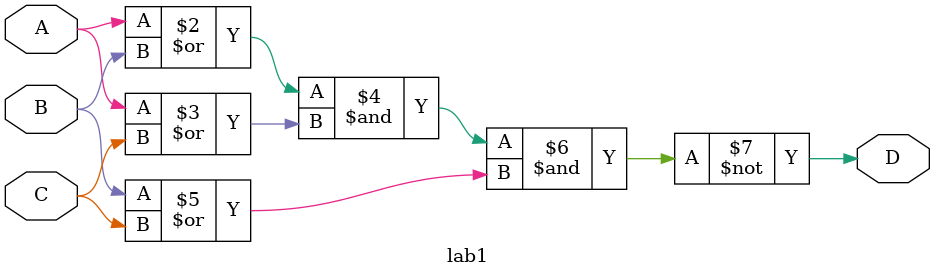
<source format=v>

module lab1 (D, A, B, C); 

   output reg D;
   input wire A, B, C;

   always @(A, B, C) begin
      D <= ((A | B) & (A | C)) ~& (B | C);
   end

endmodule

</source>
